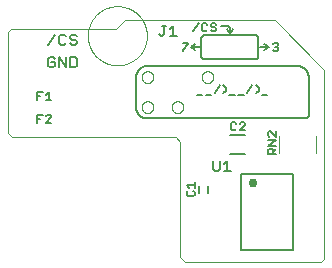
<source format=gto>
G04 EAGLE Gerber RS-274X export*
G75*
%MOMM*%
%FSLAX34Y34*%
%LPD*%
%INseide top*%
%IPPOS*%
%AMOC8*
5,1,8,0,0,1.08239X$1,22.5*%
G01*
%ADD10C,0.127000*%
%ADD11C,0.000000*%
%ADD12C,0.152400*%
%ADD13C,0.203200*%
%ADD14C,0.750000*%
%ADD15C,0.101600*%


D10*
X162560Y150304D02*
X167136Y150304D01*
X170044Y150304D02*
X174620Y150304D01*
X177528Y151448D02*
X182104Y158311D01*
X187300Y153735D02*
X185012Y151448D01*
X187300Y153735D02*
X187300Y156023D01*
X185012Y158311D01*
X190002Y150304D02*
X194578Y150304D01*
X197486Y150304D02*
X202062Y150304D01*
X204970Y151448D02*
X209546Y158311D01*
X214742Y153735D02*
X212454Y151448D01*
X214742Y153735D02*
X214742Y156023D01*
X212454Y158311D01*
X217444Y150304D02*
X222020Y150304D01*
D11*
X70200Y200100D02*
X70208Y200714D01*
X70230Y201327D01*
X70268Y201939D01*
X70320Y202550D01*
X70388Y203160D01*
X70471Y203768D01*
X70568Y204374D01*
X70680Y204977D01*
X70807Y205578D01*
X70949Y206175D01*
X71106Y206768D01*
X71276Y207357D01*
X71462Y207942D01*
X71661Y208522D01*
X71875Y209097D01*
X72103Y209667D01*
X72345Y210231D01*
X72600Y210789D01*
X72869Y211340D01*
X73152Y211885D01*
X73448Y212422D01*
X73757Y212953D01*
X74079Y213475D01*
X74413Y213989D01*
X74760Y214495D01*
X75120Y214992D01*
X75491Y215481D01*
X75875Y215960D01*
X76270Y216429D01*
X76676Y216889D01*
X77094Y217339D01*
X77522Y217778D01*
X77961Y218206D01*
X78411Y218624D01*
X78871Y219030D01*
X79340Y219425D01*
X79819Y219809D01*
X80308Y220180D01*
X80805Y220540D01*
X81311Y220887D01*
X81825Y221221D01*
X82347Y221543D01*
X82878Y221852D01*
X83415Y222148D01*
X83960Y222431D01*
X84511Y222700D01*
X85069Y222955D01*
X85633Y223197D01*
X86203Y223425D01*
X86778Y223639D01*
X87358Y223838D01*
X87943Y224024D01*
X88532Y224194D01*
X89125Y224351D01*
X89722Y224493D01*
X90323Y224620D01*
X90926Y224732D01*
X91532Y224829D01*
X92140Y224912D01*
X92750Y224980D01*
X93361Y225032D01*
X93973Y225070D01*
X94586Y225092D01*
X95200Y225100D01*
X95814Y225092D01*
X96427Y225070D01*
X97039Y225032D01*
X97650Y224980D01*
X98260Y224912D01*
X98868Y224829D01*
X99474Y224732D01*
X100077Y224620D01*
X100678Y224493D01*
X101275Y224351D01*
X101868Y224194D01*
X102457Y224024D01*
X103042Y223838D01*
X103622Y223639D01*
X104197Y223425D01*
X104767Y223197D01*
X105331Y222955D01*
X105889Y222700D01*
X106440Y222431D01*
X106985Y222148D01*
X107522Y221852D01*
X108053Y221543D01*
X108575Y221221D01*
X109089Y220887D01*
X109595Y220540D01*
X110092Y220180D01*
X110581Y219809D01*
X111060Y219425D01*
X111529Y219030D01*
X111989Y218624D01*
X112439Y218206D01*
X112878Y217778D01*
X113306Y217339D01*
X113724Y216889D01*
X114130Y216429D01*
X114525Y215960D01*
X114909Y215481D01*
X115280Y214992D01*
X115640Y214495D01*
X115987Y213989D01*
X116321Y213475D01*
X116643Y212953D01*
X116952Y212422D01*
X117248Y211885D01*
X117531Y211340D01*
X117800Y210789D01*
X118055Y210231D01*
X118297Y209667D01*
X118525Y209097D01*
X118739Y208522D01*
X118938Y207942D01*
X119124Y207357D01*
X119294Y206768D01*
X119451Y206175D01*
X119593Y205578D01*
X119720Y204977D01*
X119832Y204374D01*
X119929Y203768D01*
X120012Y203160D01*
X120080Y202550D01*
X120132Y201939D01*
X120170Y201327D01*
X120192Y200714D01*
X120200Y200100D01*
X120192Y199486D01*
X120170Y198873D01*
X120132Y198261D01*
X120080Y197650D01*
X120012Y197040D01*
X119929Y196432D01*
X119832Y195826D01*
X119720Y195223D01*
X119593Y194622D01*
X119451Y194025D01*
X119294Y193432D01*
X119124Y192843D01*
X118938Y192258D01*
X118739Y191678D01*
X118525Y191103D01*
X118297Y190533D01*
X118055Y189969D01*
X117800Y189411D01*
X117531Y188860D01*
X117248Y188315D01*
X116952Y187778D01*
X116643Y187247D01*
X116321Y186725D01*
X115987Y186211D01*
X115640Y185705D01*
X115280Y185208D01*
X114909Y184719D01*
X114525Y184240D01*
X114130Y183771D01*
X113724Y183311D01*
X113306Y182861D01*
X112878Y182422D01*
X112439Y181994D01*
X111989Y181576D01*
X111529Y181170D01*
X111060Y180775D01*
X110581Y180391D01*
X110092Y180020D01*
X109595Y179660D01*
X109089Y179313D01*
X108575Y178979D01*
X108053Y178657D01*
X107522Y178348D01*
X106985Y178052D01*
X106440Y177769D01*
X105889Y177500D01*
X105331Y177245D01*
X104767Y177003D01*
X104197Y176775D01*
X103622Y176561D01*
X103042Y176362D01*
X102457Y176176D01*
X101868Y176006D01*
X101275Y175849D01*
X100678Y175707D01*
X100077Y175580D01*
X99474Y175468D01*
X98868Y175371D01*
X98260Y175288D01*
X97650Y175220D01*
X97039Y175168D01*
X96427Y175130D01*
X95814Y175108D01*
X95200Y175100D01*
X94586Y175108D01*
X93973Y175130D01*
X93361Y175168D01*
X92750Y175220D01*
X92140Y175288D01*
X91532Y175371D01*
X90926Y175468D01*
X90323Y175580D01*
X89722Y175707D01*
X89125Y175849D01*
X88532Y176006D01*
X87943Y176176D01*
X87358Y176362D01*
X86778Y176561D01*
X86203Y176775D01*
X85633Y177003D01*
X85069Y177245D01*
X84511Y177500D01*
X83960Y177769D01*
X83415Y178052D01*
X82878Y178348D01*
X82347Y178657D01*
X81825Y178979D01*
X81311Y179313D01*
X80805Y179660D01*
X80308Y180020D01*
X79819Y180391D01*
X79340Y180775D01*
X78871Y181170D01*
X78411Y181576D01*
X77961Y181994D01*
X77522Y182422D01*
X77094Y182861D01*
X76676Y183311D01*
X76270Y183771D01*
X75875Y184240D01*
X75491Y184719D01*
X75120Y185208D01*
X74760Y185705D01*
X74413Y186211D01*
X74079Y186725D01*
X73757Y187247D01*
X73448Y187778D01*
X73152Y188315D01*
X72869Y188860D01*
X72600Y189411D01*
X72345Y189969D01*
X72103Y190533D01*
X71875Y191103D01*
X71661Y191678D01*
X71462Y192258D01*
X71276Y192843D01*
X71106Y193432D01*
X70949Y194025D01*
X70807Y194622D01*
X70680Y195223D01*
X70568Y195826D01*
X70471Y196432D01*
X70388Y197040D01*
X70320Y197650D01*
X70268Y198261D01*
X70230Y198873D01*
X70208Y199486D01*
X70200Y200100D01*
X144780Y114300D02*
X148590Y110490D01*
X148590Y12700D01*
X152400Y8890D01*
X267970Y8890D01*
X270510Y11430D01*
X270510Y171450D01*
X228600Y213360D01*
X5080Y205740D02*
X2540Y203200D01*
X2540Y118110D01*
X6350Y114300D01*
X144780Y114300D01*
D12*
X176022Y94495D02*
X176022Y87293D01*
X177463Y85852D01*
X180344Y85852D01*
X181784Y87293D01*
X181784Y94495D01*
X185377Y91614D02*
X188258Y94495D01*
X188258Y85852D01*
X185377Y85852D02*
X191139Y85852D01*
D10*
X154935Y68711D02*
X153791Y67567D01*
X153791Y65279D01*
X154935Y64135D01*
X159511Y64135D01*
X160655Y65279D01*
X160655Y67567D01*
X159511Y68711D01*
X156079Y71619D02*
X153791Y73907D01*
X160655Y73907D01*
X160655Y71619D02*
X160655Y76195D01*
X195711Y125735D02*
X194567Y126879D01*
X192279Y126879D01*
X191135Y125735D01*
X191135Y121159D01*
X192279Y120015D01*
X194567Y120015D01*
X195711Y121159D01*
X198619Y120015D02*
X203195Y120015D01*
X198619Y120015D02*
X203195Y124591D01*
X203195Y125735D01*
X202051Y126879D01*
X199763Y126879D01*
X198619Y125735D01*
X222371Y99695D02*
X229235Y99695D01*
X222371Y99695D02*
X222371Y103127D01*
X223515Y104271D01*
X225803Y104271D01*
X226947Y103127D01*
X226947Y99695D01*
X226947Y101983D02*
X229235Y104271D01*
X229235Y107179D02*
X222371Y107179D01*
X229235Y111755D01*
X222371Y111755D01*
X229235Y114663D02*
X229235Y119239D01*
X229235Y114663D02*
X224659Y119239D01*
X223515Y119239D01*
X222371Y118095D01*
X222371Y115807D01*
X223515Y114663D01*
D12*
X42084Y201175D02*
X36322Y192532D01*
X49999Y201175D02*
X51439Y199735D01*
X49999Y201175D02*
X47118Y201175D01*
X45677Y199735D01*
X45677Y193973D01*
X47118Y192532D01*
X49999Y192532D01*
X51439Y193973D01*
X59354Y201175D02*
X60795Y199735D01*
X59354Y201175D02*
X56473Y201175D01*
X55032Y199735D01*
X55032Y198294D01*
X56473Y196854D01*
X59354Y196854D01*
X60795Y195413D01*
X60795Y193973D01*
X59354Y192532D01*
X56473Y192532D01*
X55032Y193973D01*
D10*
X27305Y152279D02*
X27305Y145415D01*
X27305Y152279D02*
X31881Y152279D01*
X29593Y148847D02*
X27305Y148847D01*
X34789Y149991D02*
X37077Y152279D01*
X37077Y145415D01*
X34789Y145415D02*
X39365Y145415D01*
X27305Y133229D02*
X27305Y126365D01*
X27305Y133229D02*
X31881Y133229D01*
X29593Y129797D02*
X27305Y129797D01*
X34789Y126365D02*
X39365Y126365D01*
X34789Y126365D02*
X39365Y130941D01*
X39365Y132085D01*
X38221Y133229D01*
X35933Y133229D01*
X34789Y132085D01*
D11*
X101600Y213360D02*
X228600Y213360D01*
X101600Y213360D02*
X93980Y205740D01*
X5080Y205740D01*
D12*
X130302Y201593D02*
X131743Y200152D01*
X133183Y200152D01*
X134624Y201593D01*
X134624Y208795D01*
X136064Y208795D02*
X133183Y208795D01*
X139657Y205914D02*
X142538Y208795D01*
X142538Y200152D01*
X139657Y200152D02*
X145419Y200152D01*
D10*
X159385Y203835D02*
X163961Y210699D01*
X170301Y210699D02*
X171445Y209555D01*
X170301Y210699D02*
X168013Y210699D01*
X166869Y209555D01*
X166869Y204979D01*
X168013Y203835D01*
X170301Y203835D01*
X171445Y204979D01*
X177785Y210699D02*
X178929Y209555D01*
X177785Y210699D02*
X175497Y210699D01*
X174353Y209555D01*
X174353Y208411D01*
X175497Y207267D01*
X177785Y207267D01*
X178929Y206123D01*
X178929Y204979D01*
X177785Y203835D01*
X175497Y203835D01*
X174353Y204979D01*
X155071Y194189D02*
X150495Y194189D01*
X155071Y194189D02*
X155071Y193045D01*
X150495Y188469D01*
X150495Y187325D01*
X226695Y193045D02*
X227839Y194189D01*
X230127Y194189D01*
X231271Y193045D01*
X231271Y191901D01*
X230127Y190757D01*
X228983Y190757D01*
X230127Y190757D02*
X231271Y189613D01*
X231271Y188469D01*
X230127Y187325D01*
X227839Y187325D01*
X226695Y188469D01*
D12*
X165100Y190500D02*
X157480Y190500D01*
X161290Y193040D01*
X157480Y190500D02*
X161290Y187960D01*
X215900Y190500D02*
X223520Y190500D01*
X219710Y187960D01*
X223520Y190500D02*
X219710Y193040D01*
X189230Y208280D02*
X182880Y208280D01*
X189230Y208280D02*
X190500Y207010D01*
X190500Y201930D01*
X193040Y205740D01*
X190500Y201930D02*
X187960Y205740D01*
X42084Y180685D02*
X40644Y182125D01*
X37763Y182125D01*
X36322Y180685D01*
X36322Y174923D01*
X37763Y173482D01*
X40644Y173482D01*
X42084Y174923D01*
X42084Y177804D01*
X39203Y177804D01*
X45677Y182125D02*
X45677Y173482D01*
X51439Y173482D02*
X45677Y182125D01*
X51439Y182125D02*
X51439Y173482D01*
X55032Y173482D02*
X55032Y182125D01*
X55032Y173482D02*
X59354Y173482D01*
X60795Y174923D01*
X60795Y180685D01*
X59354Y182125D01*
X55032Y182125D01*
D13*
X200250Y83300D02*
X200250Y18300D01*
X200250Y83300D02*
X244250Y83300D01*
X244250Y18300D02*
X200250Y18300D01*
X244250Y18300D02*
X244250Y83300D01*
D14*
X210250Y75250D03*
D15*
X263150Y100450D02*
X263150Y115450D01*
X232150Y115450D02*
X232150Y100450D01*
D12*
X164306Y73025D02*
X164306Y66675D01*
X172244Y66675D02*
X172244Y73025D01*
X190500Y115888D02*
X203200Y115888D01*
X203200Y100013D02*
X190500Y100013D01*
D10*
X247650Y174625D02*
X120650Y174625D01*
X247650Y174625D02*
X247880Y174622D01*
X248110Y174614D01*
X248340Y174600D01*
X248569Y174581D01*
X248798Y174556D01*
X249026Y174525D01*
X249254Y174489D01*
X249480Y174448D01*
X249705Y174401D01*
X249929Y174348D01*
X250152Y174290D01*
X250374Y174227D01*
X250593Y174159D01*
X250811Y174085D01*
X251028Y174006D01*
X251242Y173922D01*
X251454Y173832D01*
X251664Y173738D01*
X251871Y173638D01*
X252076Y173534D01*
X252279Y173425D01*
X252479Y173310D01*
X252676Y173191D01*
X252870Y173067D01*
X253061Y172939D01*
X253249Y172806D01*
X253433Y172668D01*
X253614Y172526D01*
X253792Y172380D01*
X253966Y172230D01*
X254137Y172075D01*
X254303Y171916D01*
X254466Y171753D01*
X254625Y171587D01*
X254780Y171416D01*
X254930Y171242D01*
X255076Y171064D01*
X255218Y170883D01*
X255356Y170699D01*
X255489Y170511D01*
X255617Y170320D01*
X255741Y170126D01*
X255860Y169929D01*
X255975Y169729D01*
X256084Y169526D01*
X256188Y169321D01*
X256288Y169114D01*
X256382Y168904D01*
X256472Y168692D01*
X256556Y168478D01*
X256635Y168261D01*
X256709Y168043D01*
X256777Y167824D01*
X256840Y167602D01*
X256898Y167379D01*
X256951Y167155D01*
X256998Y166930D01*
X257039Y166704D01*
X257075Y166476D01*
X257106Y166248D01*
X257131Y166019D01*
X257150Y165790D01*
X257164Y165560D01*
X257172Y165330D01*
X257175Y165100D01*
X257175Y133350D01*
X257173Y133239D01*
X257167Y133129D01*
X257158Y133018D01*
X257144Y132908D01*
X257127Y132799D01*
X257106Y132690D01*
X257081Y132582D01*
X257052Y132475D01*
X257020Y132369D01*
X256984Y132264D01*
X256944Y132161D01*
X256901Y132059D01*
X256854Y131958D01*
X256803Y131859D01*
X256750Y131762D01*
X256693Y131668D01*
X256632Y131575D01*
X256569Y131484D01*
X256502Y131395D01*
X256432Y131309D01*
X256359Y131226D01*
X256284Y131144D01*
X256206Y131066D01*
X256124Y130991D01*
X256041Y130918D01*
X255955Y130848D01*
X255866Y130781D01*
X255775Y130718D01*
X255682Y130657D01*
X255587Y130600D01*
X255491Y130547D01*
X255392Y130496D01*
X255291Y130449D01*
X255189Y130406D01*
X255086Y130366D01*
X254981Y130330D01*
X254875Y130298D01*
X254768Y130269D01*
X254660Y130244D01*
X254551Y130223D01*
X254442Y130206D01*
X254332Y130192D01*
X254221Y130183D01*
X254111Y130177D01*
X254000Y130175D01*
X120650Y130175D01*
X120420Y130178D01*
X120190Y130186D01*
X119960Y130200D01*
X119731Y130219D01*
X119502Y130244D01*
X119274Y130275D01*
X119046Y130311D01*
X118820Y130352D01*
X118595Y130399D01*
X118371Y130452D01*
X118148Y130510D01*
X117926Y130573D01*
X117707Y130641D01*
X117489Y130715D01*
X117272Y130794D01*
X117058Y130878D01*
X116846Y130968D01*
X116636Y131062D01*
X116429Y131162D01*
X116224Y131266D01*
X116021Y131375D01*
X115821Y131490D01*
X115624Y131609D01*
X115430Y131733D01*
X115239Y131861D01*
X115051Y131994D01*
X114867Y132132D01*
X114686Y132274D01*
X114508Y132420D01*
X114334Y132570D01*
X114163Y132725D01*
X113997Y132884D01*
X113834Y133047D01*
X113675Y133213D01*
X113520Y133384D01*
X113370Y133558D01*
X113224Y133736D01*
X113082Y133917D01*
X112944Y134101D01*
X112811Y134289D01*
X112683Y134480D01*
X112559Y134674D01*
X112440Y134871D01*
X112325Y135071D01*
X112216Y135274D01*
X112112Y135479D01*
X112012Y135686D01*
X111918Y135896D01*
X111828Y136108D01*
X111744Y136322D01*
X111665Y136539D01*
X111591Y136757D01*
X111523Y136976D01*
X111460Y137198D01*
X111402Y137421D01*
X111349Y137645D01*
X111302Y137870D01*
X111261Y138096D01*
X111225Y138324D01*
X111194Y138552D01*
X111169Y138781D01*
X111150Y139010D01*
X111136Y139240D01*
X111128Y139470D01*
X111125Y139700D01*
X111125Y165100D01*
X111128Y165330D01*
X111136Y165560D01*
X111150Y165790D01*
X111169Y166019D01*
X111194Y166248D01*
X111225Y166476D01*
X111261Y166704D01*
X111302Y166930D01*
X111349Y167155D01*
X111402Y167379D01*
X111460Y167602D01*
X111523Y167824D01*
X111591Y168043D01*
X111665Y168261D01*
X111744Y168478D01*
X111828Y168692D01*
X111918Y168904D01*
X112012Y169114D01*
X112112Y169321D01*
X112216Y169526D01*
X112325Y169729D01*
X112440Y169929D01*
X112559Y170126D01*
X112683Y170320D01*
X112811Y170511D01*
X112944Y170699D01*
X113082Y170883D01*
X113224Y171064D01*
X113370Y171242D01*
X113520Y171416D01*
X113675Y171587D01*
X113834Y171753D01*
X113997Y171916D01*
X114163Y172075D01*
X114334Y172230D01*
X114508Y172380D01*
X114686Y172526D01*
X114867Y172668D01*
X115051Y172806D01*
X115239Y172939D01*
X115430Y173067D01*
X115624Y173191D01*
X115821Y173310D01*
X116021Y173425D01*
X116224Y173534D01*
X116429Y173638D01*
X116636Y173738D01*
X116846Y173832D01*
X117058Y173922D01*
X117272Y174006D01*
X117489Y174085D01*
X117707Y174159D01*
X117926Y174227D01*
X118148Y174290D01*
X118371Y174348D01*
X118595Y174401D01*
X118820Y174448D01*
X119046Y174489D01*
X119274Y174525D01*
X119502Y174556D01*
X119731Y174581D01*
X119960Y174600D01*
X120190Y174614D01*
X120420Y174622D01*
X120650Y174625D01*
D11*
X141050Y139700D02*
X141052Y139841D01*
X141058Y139982D01*
X141068Y140122D01*
X141082Y140262D01*
X141100Y140402D01*
X141121Y140541D01*
X141147Y140680D01*
X141176Y140818D01*
X141210Y140954D01*
X141247Y141090D01*
X141288Y141225D01*
X141333Y141359D01*
X141382Y141491D01*
X141434Y141622D01*
X141490Y141751D01*
X141550Y141878D01*
X141613Y142004D01*
X141679Y142128D01*
X141750Y142251D01*
X141823Y142371D01*
X141900Y142489D01*
X141980Y142605D01*
X142064Y142718D01*
X142150Y142829D01*
X142240Y142938D01*
X142333Y143044D01*
X142428Y143147D01*
X142527Y143248D01*
X142628Y143346D01*
X142732Y143441D01*
X142839Y143533D01*
X142948Y143622D01*
X143060Y143707D01*
X143174Y143790D01*
X143290Y143870D01*
X143409Y143946D01*
X143530Y144018D01*
X143652Y144088D01*
X143777Y144153D01*
X143903Y144216D01*
X144031Y144274D01*
X144161Y144329D01*
X144292Y144381D01*
X144425Y144428D01*
X144559Y144472D01*
X144694Y144513D01*
X144830Y144549D01*
X144967Y144581D01*
X145105Y144610D01*
X145243Y144635D01*
X145383Y144655D01*
X145523Y144672D01*
X145663Y144685D01*
X145804Y144694D01*
X145944Y144699D01*
X146085Y144700D01*
X146226Y144697D01*
X146367Y144690D01*
X146507Y144679D01*
X146647Y144664D01*
X146787Y144645D01*
X146926Y144623D01*
X147064Y144596D01*
X147202Y144566D01*
X147338Y144531D01*
X147474Y144493D01*
X147608Y144451D01*
X147742Y144405D01*
X147874Y144356D01*
X148004Y144302D01*
X148133Y144245D01*
X148260Y144185D01*
X148386Y144121D01*
X148509Y144053D01*
X148631Y143982D01*
X148751Y143908D01*
X148868Y143830D01*
X148983Y143749D01*
X149096Y143665D01*
X149207Y143578D01*
X149315Y143487D01*
X149420Y143394D01*
X149523Y143297D01*
X149623Y143198D01*
X149720Y143096D01*
X149814Y142991D01*
X149905Y142884D01*
X149993Y142774D01*
X150078Y142662D01*
X150160Y142547D01*
X150239Y142430D01*
X150314Y142311D01*
X150386Y142190D01*
X150454Y142067D01*
X150519Y141942D01*
X150581Y141815D01*
X150638Y141686D01*
X150693Y141556D01*
X150743Y141425D01*
X150790Y141292D01*
X150833Y141158D01*
X150872Y141022D01*
X150907Y140886D01*
X150939Y140749D01*
X150966Y140611D01*
X150990Y140472D01*
X151010Y140332D01*
X151026Y140192D01*
X151038Y140052D01*
X151046Y139911D01*
X151050Y139770D01*
X151050Y139630D01*
X151046Y139489D01*
X151038Y139348D01*
X151026Y139208D01*
X151010Y139068D01*
X150990Y138928D01*
X150966Y138789D01*
X150939Y138651D01*
X150907Y138514D01*
X150872Y138378D01*
X150833Y138242D01*
X150790Y138108D01*
X150743Y137975D01*
X150693Y137844D01*
X150638Y137714D01*
X150581Y137585D01*
X150519Y137458D01*
X150454Y137333D01*
X150386Y137210D01*
X150314Y137089D01*
X150239Y136970D01*
X150160Y136853D01*
X150078Y136738D01*
X149993Y136626D01*
X149905Y136516D01*
X149814Y136409D01*
X149720Y136304D01*
X149623Y136202D01*
X149523Y136103D01*
X149420Y136006D01*
X149315Y135913D01*
X149207Y135822D01*
X149096Y135735D01*
X148983Y135651D01*
X148868Y135570D01*
X148751Y135492D01*
X148631Y135418D01*
X148509Y135347D01*
X148386Y135279D01*
X148260Y135215D01*
X148133Y135155D01*
X148004Y135098D01*
X147874Y135044D01*
X147742Y134995D01*
X147608Y134949D01*
X147474Y134907D01*
X147338Y134869D01*
X147202Y134834D01*
X147064Y134804D01*
X146926Y134777D01*
X146787Y134755D01*
X146647Y134736D01*
X146507Y134721D01*
X146367Y134710D01*
X146226Y134703D01*
X146085Y134700D01*
X145944Y134701D01*
X145804Y134706D01*
X145663Y134715D01*
X145523Y134728D01*
X145383Y134745D01*
X145243Y134765D01*
X145105Y134790D01*
X144967Y134819D01*
X144830Y134851D01*
X144694Y134887D01*
X144559Y134928D01*
X144425Y134972D01*
X144292Y135019D01*
X144161Y135071D01*
X144031Y135126D01*
X143903Y135184D01*
X143777Y135247D01*
X143652Y135312D01*
X143530Y135382D01*
X143409Y135454D01*
X143290Y135530D01*
X143174Y135610D01*
X143060Y135693D01*
X142948Y135778D01*
X142839Y135867D01*
X142732Y135959D01*
X142628Y136054D01*
X142527Y136152D01*
X142428Y136253D01*
X142333Y136356D01*
X142240Y136462D01*
X142150Y136571D01*
X142064Y136682D01*
X141980Y136795D01*
X141900Y136911D01*
X141823Y137029D01*
X141750Y137149D01*
X141679Y137272D01*
X141613Y137396D01*
X141550Y137522D01*
X141490Y137649D01*
X141434Y137778D01*
X141382Y137909D01*
X141333Y138041D01*
X141288Y138175D01*
X141247Y138310D01*
X141210Y138446D01*
X141176Y138582D01*
X141147Y138720D01*
X141121Y138859D01*
X141100Y138998D01*
X141082Y139138D01*
X141068Y139278D01*
X141058Y139418D01*
X141052Y139559D01*
X141050Y139700D01*
X115650Y139700D02*
X115652Y139841D01*
X115658Y139982D01*
X115668Y140122D01*
X115682Y140262D01*
X115700Y140402D01*
X115721Y140541D01*
X115747Y140680D01*
X115776Y140818D01*
X115810Y140954D01*
X115847Y141090D01*
X115888Y141225D01*
X115933Y141359D01*
X115982Y141491D01*
X116034Y141622D01*
X116090Y141751D01*
X116150Y141878D01*
X116213Y142004D01*
X116279Y142128D01*
X116350Y142251D01*
X116423Y142371D01*
X116500Y142489D01*
X116580Y142605D01*
X116664Y142718D01*
X116750Y142829D01*
X116840Y142938D01*
X116933Y143044D01*
X117028Y143147D01*
X117127Y143248D01*
X117228Y143346D01*
X117332Y143441D01*
X117439Y143533D01*
X117548Y143622D01*
X117660Y143707D01*
X117774Y143790D01*
X117890Y143870D01*
X118009Y143946D01*
X118130Y144018D01*
X118252Y144088D01*
X118377Y144153D01*
X118503Y144216D01*
X118631Y144274D01*
X118761Y144329D01*
X118892Y144381D01*
X119025Y144428D01*
X119159Y144472D01*
X119294Y144513D01*
X119430Y144549D01*
X119567Y144581D01*
X119705Y144610D01*
X119843Y144635D01*
X119983Y144655D01*
X120123Y144672D01*
X120263Y144685D01*
X120404Y144694D01*
X120544Y144699D01*
X120685Y144700D01*
X120826Y144697D01*
X120967Y144690D01*
X121107Y144679D01*
X121247Y144664D01*
X121387Y144645D01*
X121526Y144623D01*
X121664Y144596D01*
X121802Y144566D01*
X121938Y144531D01*
X122074Y144493D01*
X122208Y144451D01*
X122342Y144405D01*
X122474Y144356D01*
X122604Y144302D01*
X122733Y144245D01*
X122860Y144185D01*
X122986Y144121D01*
X123109Y144053D01*
X123231Y143982D01*
X123351Y143908D01*
X123468Y143830D01*
X123583Y143749D01*
X123696Y143665D01*
X123807Y143578D01*
X123915Y143487D01*
X124020Y143394D01*
X124123Y143297D01*
X124223Y143198D01*
X124320Y143096D01*
X124414Y142991D01*
X124505Y142884D01*
X124593Y142774D01*
X124678Y142662D01*
X124760Y142547D01*
X124839Y142430D01*
X124914Y142311D01*
X124986Y142190D01*
X125054Y142067D01*
X125119Y141942D01*
X125181Y141815D01*
X125238Y141686D01*
X125293Y141556D01*
X125343Y141425D01*
X125390Y141292D01*
X125433Y141158D01*
X125472Y141022D01*
X125507Y140886D01*
X125539Y140749D01*
X125566Y140611D01*
X125590Y140472D01*
X125610Y140332D01*
X125626Y140192D01*
X125638Y140052D01*
X125646Y139911D01*
X125650Y139770D01*
X125650Y139630D01*
X125646Y139489D01*
X125638Y139348D01*
X125626Y139208D01*
X125610Y139068D01*
X125590Y138928D01*
X125566Y138789D01*
X125539Y138651D01*
X125507Y138514D01*
X125472Y138378D01*
X125433Y138242D01*
X125390Y138108D01*
X125343Y137975D01*
X125293Y137844D01*
X125238Y137714D01*
X125181Y137585D01*
X125119Y137458D01*
X125054Y137333D01*
X124986Y137210D01*
X124914Y137089D01*
X124839Y136970D01*
X124760Y136853D01*
X124678Y136738D01*
X124593Y136626D01*
X124505Y136516D01*
X124414Y136409D01*
X124320Y136304D01*
X124223Y136202D01*
X124123Y136103D01*
X124020Y136006D01*
X123915Y135913D01*
X123807Y135822D01*
X123696Y135735D01*
X123583Y135651D01*
X123468Y135570D01*
X123351Y135492D01*
X123231Y135418D01*
X123109Y135347D01*
X122986Y135279D01*
X122860Y135215D01*
X122733Y135155D01*
X122604Y135098D01*
X122474Y135044D01*
X122342Y134995D01*
X122208Y134949D01*
X122074Y134907D01*
X121938Y134869D01*
X121802Y134834D01*
X121664Y134804D01*
X121526Y134777D01*
X121387Y134755D01*
X121247Y134736D01*
X121107Y134721D01*
X120967Y134710D01*
X120826Y134703D01*
X120685Y134700D01*
X120544Y134701D01*
X120404Y134706D01*
X120263Y134715D01*
X120123Y134728D01*
X119983Y134745D01*
X119843Y134765D01*
X119705Y134790D01*
X119567Y134819D01*
X119430Y134851D01*
X119294Y134887D01*
X119159Y134928D01*
X119025Y134972D01*
X118892Y135019D01*
X118761Y135071D01*
X118631Y135126D01*
X118503Y135184D01*
X118377Y135247D01*
X118252Y135312D01*
X118130Y135382D01*
X118009Y135454D01*
X117890Y135530D01*
X117774Y135610D01*
X117660Y135693D01*
X117548Y135778D01*
X117439Y135867D01*
X117332Y135959D01*
X117228Y136054D01*
X117127Y136152D01*
X117028Y136253D01*
X116933Y136356D01*
X116840Y136462D01*
X116750Y136571D01*
X116664Y136682D01*
X116580Y136795D01*
X116500Y136911D01*
X116423Y137029D01*
X116350Y137149D01*
X116279Y137272D01*
X116213Y137396D01*
X116150Y137522D01*
X116090Y137649D01*
X116034Y137778D01*
X115982Y137909D01*
X115933Y138041D01*
X115888Y138175D01*
X115847Y138310D01*
X115810Y138446D01*
X115776Y138582D01*
X115747Y138720D01*
X115721Y138859D01*
X115700Y138998D01*
X115682Y139138D01*
X115668Y139278D01*
X115658Y139418D01*
X115652Y139559D01*
X115650Y139700D01*
X115650Y165100D02*
X115652Y165241D01*
X115658Y165382D01*
X115668Y165522D01*
X115682Y165662D01*
X115700Y165802D01*
X115721Y165941D01*
X115747Y166080D01*
X115776Y166218D01*
X115810Y166354D01*
X115847Y166490D01*
X115888Y166625D01*
X115933Y166759D01*
X115982Y166891D01*
X116034Y167022D01*
X116090Y167151D01*
X116150Y167278D01*
X116213Y167404D01*
X116279Y167528D01*
X116350Y167651D01*
X116423Y167771D01*
X116500Y167889D01*
X116580Y168005D01*
X116664Y168118D01*
X116750Y168229D01*
X116840Y168338D01*
X116933Y168444D01*
X117028Y168547D01*
X117127Y168648D01*
X117228Y168746D01*
X117332Y168841D01*
X117439Y168933D01*
X117548Y169022D01*
X117660Y169107D01*
X117774Y169190D01*
X117890Y169270D01*
X118009Y169346D01*
X118130Y169418D01*
X118252Y169488D01*
X118377Y169553D01*
X118503Y169616D01*
X118631Y169674D01*
X118761Y169729D01*
X118892Y169781D01*
X119025Y169828D01*
X119159Y169872D01*
X119294Y169913D01*
X119430Y169949D01*
X119567Y169981D01*
X119705Y170010D01*
X119843Y170035D01*
X119983Y170055D01*
X120123Y170072D01*
X120263Y170085D01*
X120404Y170094D01*
X120544Y170099D01*
X120685Y170100D01*
X120826Y170097D01*
X120967Y170090D01*
X121107Y170079D01*
X121247Y170064D01*
X121387Y170045D01*
X121526Y170023D01*
X121664Y169996D01*
X121802Y169966D01*
X121938Y169931D01*
X122074Y169893D01*
X122208Y169851D01*
X122342Y169805D01*
X122474Y169756D01*
X122604Y169702D01*
X122733Y169645D01*
X122860Y169585D01*
X122986Y169521D01*
X123109Y169453D01*
X123231Y169382D01*
X123351Y169308D01*
X123468Y169230D01*
X123583Y169149D01*
X123696Y169065D01*
X123807Y168978D01*
X123915Y168887D01*
X124020Y168794D01*
X124123Y168697D01*
X124223Y168598D01*
X124320Y168496D01*
X124414Y168391D01*
X124505Y168284D01*
X124593Y168174D01*
X124678Y168062D01*
X124760Y167947D01*
X124839Y167830D01*
X124914Y167711D01*
X124986Y167590D01*
X125054Y167467D01*
X125119Y167342D01*
X125181Y167215D01*
X125238Y167086D01*
X125293Y166956D01*
X125343Y166825D01*
X125390Y166692D01*
X125433Y166558D01*
X125472Y166422D01*
X125507Y166286D01*
X125539Y166149D01*
X125566Y166011D01*
X125590Y165872D01*
X125610Y165732D01*
X125626Y165592D01*
X125638Y165452D01*
X125646Y165311D01*
X125650Y165170D01*
X125650Y165030D01*
X125646Y164889D01*
X125638Y164748D01*
X125626Y164608D01*
X125610Y164468D01*
X125590Y164328D01*
X125566Y164189D01*
X125539Y164051D01*
X125507Y163914D01*
X125472Y163778D01*
X125433Y163642D01*
X125390Y163508D01*
X125343Y163375D01*
X125293Y163244D01*
X125238Y163114D01*
X125181Y162985D01*
X125119Y162858D01*
X125054Y162733D01*
X124986Y162610D01*
X124914Y162489D01*
X124839Y162370D01*
X124760Y162253D01*
X124678Y162138D01*
X124593Y162026D01*
X124505Y161916D01*
X124414Y161809D01*
X124320Y161704D01*
X124223Y161602D01*
X124123Y161503D01*
X124020Y161406D01*
X123915Y161313D01*
X123807Y161222D01*
X123696Y161135D01*
X123583Y161051D01*
X123468Y160970D01*
X123351Y160892D01*
X123231Y160818D01*
X123109Y160747D01*
X122986Y160679D01*
X122860Y160615D01*
X122733Y160555D01*
X122604Y160498D01*
X122474Y160444D01*
X122342Y160395D01*
X122208Y160349D01*
X122074Y160307D01*
X121938Y160269D01*
X121802Y160234D01*
X121664Y160204D01*
X121526Y160177D01*
X121387Y160155D01*
X121247Y160136D01*
X121107Y160121D01*
X120967Y160110D01*
X120826Y160103D01*
X120685Y160100D01*
X120544Y160101D01*
X120404Y160106D01*
X120263Y160115D01*
X120123Y160128D01*
X119983Y160145D01*
X119843Y160165D01*
X119705Y160190D01*
X119567Y160219D01*
X119430Y160251D01*
X119294Y160287D01*
X119159Y160328D01*
X119025Y160372D01*
X118892Y160419D01*
X118761Y160471D01*
X118631Y160526D01*
X118503Y160584D01*
X118377Y160647D01*
X118252Y160712D01*
X118130Y160782D01*
X118009Y160854D01*
X117890Y160930D01*
X117774Y161010D01*
X117660Y161093D01*
X117548Y161178D01*
X117439Y161267D01*
X117332Y161359D01*
X117228Y161454D01*
X117127Y161552D01*
X117028Y161653D01*
X116933Y161756D01*
X116840Y161862D01*
X116750Y161971D01*
X116664Y162082D01*
X116580Y162195D01*
X116500Y162311D01*
X116423Y162429D01*
X116350Y162549D01*
X116279Y162672D01*
X116213Y162796D01*
X116150Y162922D01*
X116090Y163049D01*
X116034Y163178D01*
X115982Y163309D01*
X115933Y163441D01*
X115888Y163575D01*
X115847Y163710D01*
X115810Y163846D01*
X115776Y163982D01*
X115747Y164120D01*
X115721Y164259D01*
X115700Y164398D01*
X115682Y164538D01*
X115668Y164678D01*
X115658Y164818D01*
X115652Y164959D01*
X115650Y165100D01*
X166450Y165100D02*
X166452Y165241D01*
X166458Y165382D01*
X166468Y165522D01*
X166482Y165662D01*
X166500Y165802D01*
X166521Y165941D01*
X166547Y166080D01*
X166576Y166218D01*
X166610Y166354D01*
X166647Y166490D01*
X166688Y166625D01*
X166733Y166759D01*
X166782Y166891D01*
X166834Y167022D01*
X166890Y167151D01*
X166950Y167278D01*
X167013Y167404D01*
X167079Y167528D01*
X167150Y167651D01*
X167223Y167771D01*
X167300Y167889D01*
X167380Y168005D01*
X167464Y168118D01*
X167550Y168229D01*
X167640Y168338D01*
X167733Y168444D01*
X167828Y168547D01*
X167927Y168648D01*
X168028Y168746D01*
X168132Y168841D01*
X168239Y168933D01*
X168348Y169022D01*
X168460Y169107D01*
X168574Y169190D01*
X168690Y169270D01*
X168809Y169346D01*
X168930Y169418D01*
X169052Y169488D01*
X169177Y169553D01*
X169303Y169616D01*
X169431Y169674D01*
X169561Y169729D01*
X169692Y169781D01*
X169825Y169828D01*
X169959Y169872D01*
X170094Y169913D01*
X170230Y169949D01*
X170367Y169981D01*
X170505Y170010D01*
X170643Y170035D01*
X170783Y170055D01*
X170923Y170072D01*
X171063Y170085D01*
X171204Y170094D01*
X171344Y170099D01*
X171485Y170100D01*
X171626Y170097D01*
X171767Y170090D01*
X171907Y170079D01*
X172047Y170064D01*
X172187Y170045D01*
X172326Y170023D01*
X172464Y169996D01*
X172602Y169966D01*
X172738Y169931D01*
X172874Y169893D01*
X173008Y169851D01*
X173142Y169805D01*
X173274Y169756D01*
X173404Y169702D01*
X173533Y169645D01*
X173660Y169585D01*
X173786Y169521D01*
X173909Y169453D01*
X174031Y169382D01*
X174151Y169308D01*
X174268Y169230D01*
X174383Y169149D01*
X174496Y169065D01*
X174607Y168978D01*
X174715Y168887D01*
X174820Y168794D01*
X174923Y168697D01*
X175023Y168598D01*
X175120Y168496D01*
X175214Y168391D01*
X175305Y168284D01*
X175393Y168174D01*
X175478Y168062D01*
X175560Y167947D01*
X175639Y167830D01*
X175714Y167711D01*
X175786Y167590D01*
X175854Y167467D01*
X175919Y167342D01*
X175981Y167215D01*
X176038Y167086D01*
X176093Y166956D01*
X176143Y166825D01*
X176190Y166692D01*
X176233Y166558D01*
X176272Y166422D01*
X176307Y166286D01*
X176339Y166149D01*
X176366Y166011D01*
X176390Y165872D01*
X176410Y165732D01*
X176426Y165592D01*
X176438Y165452D01*
X176446Y165311D01*
X176450Y165170D01*
X176450Y165030D01*
X176446Y164889D01*
X176438Y164748D01*
X176426Y164608D01*
X176410Y164468D01*
X176390Y164328D01*
X176366Y164189D01*
X176339Y164051D01*
X176307Y163914D01*
X176272Y163778D01*
X176233Y163642D01*
X176190Y163508D01*
X176143Y163375D01*
X176093Y163244D01*
X176038Y163114D01*
X175981Y162985D01*
X175919Y162858D01*
X175854Y162733D01*
X175786Y162610D01*
X175714Y162489D01*
X175639Y162370D01*
X175560Y162253D01*
X175478Y162138D01*
X175393Y162026D01*
X175305Y161916D01*
X175214Y161809D01*
X175120Y161704D01*
X175023Y161602D01*
X174923Y161503D01*
X174820Y161406D01*
X174715Y161313D01*
X174607Y161222D01*
X174496Y161135D01*
X174383Y161051D01*
X174268Y160970D01*
X174151Y160892D01*
X174031Y160818D01*
X173909Y160747D01*
X173786Y160679D01*
X173660Y160615D01*
X173533Y160555D01*
X173404Y160498D01*
X173274Y160444D01*
X173142Y160395D01*
X173008Y160349D01*
X172874Y160307D01*
X172738Y160269D01*
X172602Y160234D01*
X172464Y160204D01*
X172326Y160177D01*
X172187Y160155D01*
X172047Y160136D01*
X171907Y160121D01*
X171767Y160110D01*
X171626Y160103D01*
X171485Y160100D01*
X171344Y160101D01*
X171204Y160106D01*
X171063Y160115D01*
X170923Y160128D01*
X170783Y160145D01*
X170643Y160165D01*
X170505Y160190D01*
X170367Y160219D01*
X170230Y160251D01*
X170094Y160287D01*
X169959Y160328D01*
X169825Y160372D01*
X169692Y160419D01*
X169561Y160471D01*
X169431Y160526D01*
X169303Y160584D01*
X169177Y160647D01*
X169052Y160712D01*
X168930Y160782D01*
X168809Y160854D01*
X168690Y160930D01*
X168574Y161010D01*
X168460Y161093D01*
X168348Y161178D01*
X168239Y161267D01*
X168132Y161359D01*
X168028Y161454D01*
X167927Y161552D01*
X167828Y161653D01*
X167733Y161756D01*
X167640Y161862D01*
X167550Y161971D01*
X167464Y162082D01*
X167380Y162195D01*
X167300Y162311D01*
X167223Y162429D01*
X167150Y162549D01*
X167079Y162672D01*
X167013Y162796D01*
X166950Y162922D01*
X166890Y163049D01*
X166834Y163178D01*
X166782Y163309D01*
X166733Y163441D01*
X166688Y163575D01*
X166647Y163710D01*
X166610Y163846D01*
X166576Y163982D01*
X166547Y164120D01*
X166521Y164259D01*
X166500Y164398D01*
X166482Y164538D01*
X166468Y164678D01*
X166458Y164818D01*
X166452Y164959D01*
X166450Y165100D01*
D12*
X168910Y200660D02*
X212090Y200660D01*
X168910Y180340D02*
X168810Y180342D01*
X168711Y180348D01*
X168611Y180358D01*
X168513Y180371D01*
X168414Y180389D01*
X168317Y180410D01*
X168221Y180435D01*
X168125Y180464D01*
X168031Y180497D01*
X167938Y180533D01*
X167847Y180573D01*
X167757Y180617D01*
X167669Y180664D01*
X167583Y180714D01*
X167499Y180768D01*
X167417Y180825D01*
X167338Y180885D01*
X167260Y180949D01*
X167186Y181015D01*
X167114Y181084D01*
X167045Y181156D01*
X166979Y181230D01*
X166915Y181308D01*
X166855Y181387D01*
X166798Y181469D01*
X166744Y181553D01*
X166694Y181639D01*
X166647Y181727D01*
X166603Y181817D01*
X166563Y181908D01*
X166527Y182001D01*
X166494Y182095D01*
X166465Y182191D01*
X166440Y182287D01*
X166419Y182384D01*
X166401Y182483D01*
X166388Y182581D01*
X166378Y182681D01*
X166372Y182780D01*
X166370Y182880D01*
X212090Y180340D02*
X212190Y180342D01*
X212289Y180348D01*
X212389Y180358D01*
X212487Y180371D01*
X212586Y180389D01*
X212683Y180410D01*
X212779Y180435D01*
X212875Y180464D01*
X212969Y180497D01*
X213062Y180533D01*
X213153Y180573D01*
X213243Y180617D01*
X213331Y180664D01*
X213417Y180714D01*
X213501Y180768D01*
X213583Y180825D01*
X213662Y180885D01*
X213740Y180949D01*
X213814Y181015D01*
X213886Y181084D01*
X213955Y181156D01*
X214021Y181230D01*
X214085Y181308D01*
X214145Y181387D01*
X214202Y181469D01*
X214256Y181553D01*
X214306Y181639D01*
X214353Y181727D01*
X214397Y181817D01*
X214437Y181908D01*
X214473Y182001D01*
X214506Y182095D01*
X214535Y182191D01*
X214560Y182287D01*
X214581Y182384D01*
X214599Y182483D01*
X214612Y182581D01*
X214622Y182681D01*
X214628Y182780D01*
X214630Y182880D01*
X214630Y198120D02*
X214628Y198220D01*
X214622Y198319D01*
X214612Y198419D01*
X214599Y198517D01*
X214581Y198616D01*
X214560Y198713D01*
X214535Y198809D01*
X214506Y198905D01*
X214473Y198999D01*
X214437Y199092D01*
X214397Y199183D01*
X214353Y199273D01*
X214306Y199361D01*
X214256Y199447D01*
X214202Y199531D01*
X214145Y199613D01*
X214085Y199692D01*
X214021Y199770D01*
X213955Y199844D01*
X213886Y199916D01*
X213814Y199985D01*
X213740Y200051D01*
X213662Y200115D01*
X213583Y200175D01*
X213501Y200232D01*
X213417Y200286D01*
X213331Y200336D01*
X213243Y200383D01*
X213153Y200427D01*
X213062Y200467D01*
X212969Y200503D01*
X212875Y200536D01*
X212779Y200565D01*
X212683Y200590D01*
X212586Y200611D01*
X212487Y200629D01*
X212389Y200642D01*
X212289Y200652D01*
X212190Y200658D01*
X212090Y200660D01*
X168910Y200660D02*
X168810Y200658D01*
X168711Y200652D01*
X168611Y200642D01*
X168513Y200629D01*
X168414Y200611D01*
X168317Y200590D01*
X168221Y200565D01*
X168125Y200536D01*
X168031Y200503D01*
X167938Y200467D01*
X167847Y200427D01*
X167757Y200383D01*
X167669Y200336D01*
X167583Y200286D01*
X167499Y200232D01*
X167417Y200175D01*
X167338Y200115D01*
X167260Y200051D01*
X167186Y199985D01*
X167114Y199916D01*
X167045Y199844D01*
X166979Y199770D01*
X166915Y199692D01*
X166855Y199613D01*
X166798Y199531D01*
X166744Y199447D01*
X166694Y199361D01*
X166647Y199273D01*
X166603Y199183D01*
X166563Y199092D01*
X166527Y198999D01*
X166494Y198905D01*
X166465Y198809D01*
X166440Y198713D01*
X166419Y198616D01*
X166401Y198517D01*
X166388Y198419D01*
X166378Y198319D01*
X166372Y198220D01*
X166370Y198120D01*
X166370Y182880D01*
X214630Y182880D02*
X214630Y198120D01*
X212090Y180340D02*
X168910Y180340D01*
M02*

</source>
